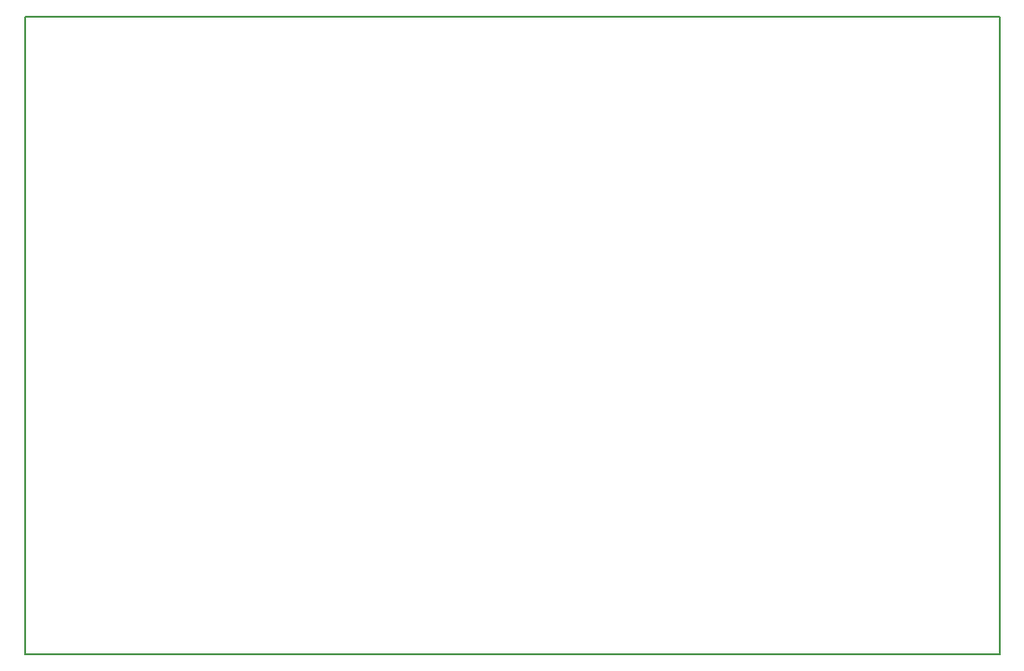
<source format=gbr>
G04 #@! TF.FileFunction,Profile,NP*
%FSLAX46Y46*%
G04 Gerber Fmt 4.6, Leading zero omitted, Abs format (unit mm)*
G04 Created by KiCad (PCBNEW 4.0.7) date 04/09/18 21:23:14*
%MOMM*%
%LPD*%
G01*
G04 APERTURE LIST*
%ADD10C,0.100000*%
%ADD11C,0.150000*%
G04 APERTURE END LIST*
D10*
D11*
X106000000Y-151000000D02*
X106000000Y-93000000D01*
X194600000Y-151000000D02*
X106000000Y-151000000D01*
X194600000Y-93000000D02*
X194600000Y-151000000D01*
X106000000Y-93000000D02*
X194600000Y-93000000D01*
M02*

</source>
